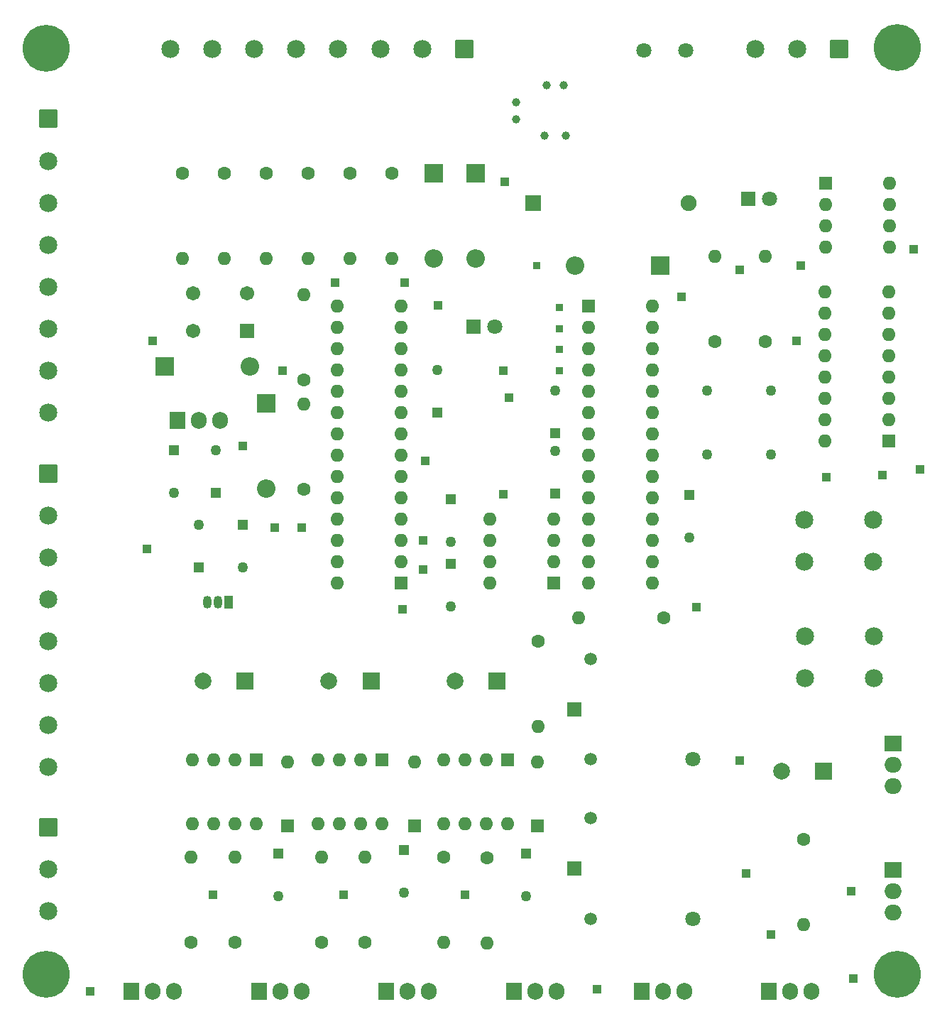
<source format=gbr>
%TF.GenerationSoftware,KiCad,Pcbnew,8.0.3*%
%TF.CreationDate,2024-11-28T01:10:20-08:00*%
%TF.ProjectId,SuperCapacitorBike,53757065-7243-4617-9061-6369746f7242,rev?*%
%TF.SameCoordinates,Original*%
%TF.FileFunction,Soldermask,Bot*%
%TF.FilePolarity,Negative*%
%FSLAX46Y46*%
G04 Gerber Fmt 4.6, Leading zero omitted, Abs format (unit mm)*
G04 Created by KiCad (PCBNEW 8.0.3) date 2024-11-28 01:10:20*
%MOMM*%
%LPD*%
G01*
G04 APERTURE LIST*
G04 Aperture macros list*
%AMRoundRect*
0 Rectangle with rounded corners*
0 $1 Rounding radius*
0 $2 $3 $4 $5 $6 $7 $8 $9 X,Y pos of 4 corners*
0 Add a 4 corners polygon primitive as box body*
4,1,4,$2,$3,$4,$5,$6,$7,$8,$9,$2,$3,0*
0 Add four circle primitives for the rounded corners*
1,1,$1+$1,$2,$3*
1,1,$1+$1,$4,$5*
1,1,$1+$1,$6,$7*
1,1,$1+$1,$8,$9*
0 Add four rect primitives between the rounded corners*
20,1,$1+$1,$2,$3,$4,$5,0*
20,1,$1+$1,$4,$5,$6,$7,0*
20,1,$1+$1,$6,$7,$8,$9,0*
20,1,$1+$1,$8,$9,$2,$3,0*%
G04 Aperture macros list end*
%ADD10R,1.000000X1.000000*%
%ADD11R,1.600000X1.600000*%
%ADD12O,1.600000X1.600000*%
%ADD13R,1.905000X2.000000*%
%ADD14O,1.905000X2.000000*%
%ADD15R,2.200000X2.200000*%
%ADD16O,2.200000X2.200000*%
%ADD17C,1.600000*%
%ADD18R,2.000000X1.905000*%
%ADD19O,2.000000X1.905000*%
%ADD20R,0.850000X0.850000*%
%ADD21RoundRect,0.102000X-0.975000X0.975000X-0.975000X-0.975000X0.975000X-0.975000X0.975000X0.975000X0*%
%ADD22C,2.154000*%
%ADD23R,1.270000X1.270000*%
%ADD24C,1.270000*%
%ADD25R,1.800000X1.800000*%
%ADD26C,1.800000*%
%ADD27R,1.803400X1.803400*%
%ADD28C,1.498600*%
%ADD29C,1.803400*%
%ADD30R,2.000000X2.000000*%
%ADD31C,2.000000*%
%ADD32R,1.905000X1.905000*%
%ADD33C,1.905000*%
%ADD34RoundRect,0.102000X0.975000X0.975000X-0.975000X0.975000X-0.975000X-0.975000X0.975000X-0.975000X0*%
%ADD35C,5.600000*%
%ADD36R,1.050000X1.500000*%
%ADD37O,1.050000X1.500000*%
%ADD38RoundRect,0.102000X0.754000X0.754000X-0.754000X0.754000X-0.754000X-0.754000X0.754000X-0.754000X0*%
%ADD39C,1.712000*%
%ADD40C,0.990600*%
G04 APERTURE END LIST*
D10*
%TO.C,TP6*%
X57000000Y-90750000D03*
%TD*%
D11*
%TO.C,U3*%
X84800000Y-118450000D03*
D12*
X82260000Y-118450000D03*
X79720000Y-118450000D03*
X77180000Y-118450000D03*
X77180000Y-126070000D03*
X79720000Y-126070000D03*
X82260000Y-126070000D03*
X84800000Y-126070000D03*
%TD*%
D10*
%TO.C,TP28*%
X119250000Y-68500000D03*
%TD*%
%TO.C,TP23*%
X79730000Y-134510000D03*
%TD*%
D13*
%TO.C,Q4*%
X70350000Y-146000000D03*
D14*
X72890000Y-146000000D03*
X75430000Y-146000000D03*
%TD*%
D10*
%TO.C,TP1*%
X133250000Y-57500000D03*
%TD*%
D15*
%TO.C,D8*%
X81000000Y-48500000D03*
D16*
X81000000Y-58660000D03*
%TD*%
D17*
%TO.C,R1*%
X60500000Y-86140000D03*
D12*
X60500000Y-75980000D03*
%TD*%
D17*
%TO.C,R12*%
X77175000Y-130020000D03*
D12*
X77175000Y-140180000D03*
%TD*%
D18*
%TO.C,Q7*%
X130750000Y-116500000D03*
D19*
X130750000Y-119040000D03*
X130750000Y-121580000D03*
%TD*%
D10*
%TO.C,TP15*%
X125800000Y-134100000D03*
%TD*%
D20*
%TO.C,J4*%
X91000000Y-72000000D03*
%TD*%
D17*
%TO.C,R22*%
X46000000Y-48500000D03*
D12*
X46000000Y-58660000D03*
%TD*%
D17*
%TO.C,R6*%
X66000000Y-48500000D03*
D12*
X66000000Y-58660000D03*
%TD*%
D21*
%TO.C,J10*%
X30000000Y-42000000D03*
D22*
X30000000Y-47000000D03*
X30000000Y-52000000D03*
X30000000Y-57000000D03*
X30000000Y-62000000D03*
X30000000Y-67000000D03*
X30000000Y-72000000D03*
X30000000Y-77000000D03*
%TD*%
D23*
%TO.C,C10*%
X106500000Y-86813250D03*
D24*
X106500000Y-91893250D03*
%TD*%
D10*
%TO.C,TP9*%
X42500000Y-68500000D03*
%TD*%
D23*
%TO.C,C9*%
X90500000Y-86686750D03*
D24*
X90500000Y-81606750D03*
%TD*%
%TO.C,XTAL2*%
X108590000Y-74385999D03*
X108590000Y-82005999D03*
X116210000Y-82005999D03*
X116210000Y-74385999D03*
%TD*%
D18*
%TO.C,Q8*%
X130805000Y-131500000D03*
D19*
X130805000Y-134040000D03*
X130805000Y-136580000D03*
%TD*%
D10*
%TO.C,TP21*%
X65220000Y-134500000D03*
%TD*%
D25*
%TO.C,D7*%
X113460000Y-51500000D03*
D26*
X116000000Y-51500000D03*
%TD*%
D21*
%TO.C,J13*%
X30000000Y-84250000D03*
D22*
X30000000Y-89250000D03*
X30000000Y-94250000D03*
X30000000Y-99250000D03*
X30000000Y-104250000D03*
X30000000Y-109250000D03*
X30000000Y-114250000D03*
X30000000Y-119250000D03*
%TD*%
D10*
%TO.C,TP14*%
X122800000Y-84700000D03*
%TD*%
D27*
%TO.C,K2*%
X92717950Y-131365000D03*
D28*
X94717951Y-137364999D03*
D29*
X106917149Y-137364999D03*
D28*
X94717951Y-125365001D03*
%TD*%
D10*
%TO.C,TP34*%
X95500000Y-145750000D03*
%TD*%
D23*
%TO.C,C16*%
X53200000Y-90363250D03*
D24*
X53200000Y-95443250D03*
%TD*%
D30*
%TO.C,C3*%
X53467677Y-109000000D03*
D31*
X48467677Y-109000000D03*
%TD*%
D23*
%TO.C,C12*%
X78000000Y-87313250D03*
D24*
X78000000Y-92393250D03*
%TD*%
D15*
%TO.C,D5*%
X103000000Y-59500000D03*
D16*
X92840000Y-59500000D03*
%TD*%
D23*
%TO.C,C4*%
X57467500Y-129573250D03*
D24*
X57467500Y-134653250D03*
%TD*%
D32*
%TO.C,F2*%
X87864000Y-52000000D03*
D33*
X106406000Y-52000000D03*
%TD*%
D11*
%TO.C,U9*%
X122700000Y-49700000D03*
D12*
X122700000Y-52240000D03*
X122700000Y-54780000D03*
X122700000Y-57320000D03*
X130320000Y-57320000D03*
X130320000Y-54780000D03*
X130320000Y-52240000D03*
X130320000Y-49700000D03*
%TD*%
D30*
%TO.C,C5*%
X83500000Y-109000000D03*
D31*
X78500000Y-109000000D03*
%TD*%
D10*
%TO.C,TP17*%
X72500000Y-61500000D03*
%TD*%
D17*
%TO.C,R5*%
X61000000Y-48500000D03*
D12*
X61000000Y-58660000D03*
%TD*%
D34*
%TO.C,J9*%
X79600000Y-33680000D03*
D22*
X74600000Y-33680000D03*
X69600000Y-33680000D03*
X64600000Y-33680000D03*
X59600000Y-33680000D03*
X54600000Y-33680000D03*
X49600000Y-33680000D03*
X44600000Y-33680000D03*
%TD*%
D10*
%TO.C,TP13*%
X84250000Y-72000000D03*
%TD*%
%TO.C,TP4*%
X74750000Y-92250000D03*
%TD*%
%TO.C,TP26*%
X119750000Y-59500000D03*
%TD*%
D13*
%TO.C,Q2*%
X115990000Y-146000000D03*
D14*
X118530000Y-146000000D03*
X121070000Y-146000000D03*
%TD*%
D10*
%TO.C,TP29*%
X116250000Y-139250000D03*
%TD*%
D15*
%TO.C,D4*%
X56000000Y-75920000D03*
D16*
X56000000Y-86080000D03*
%TD*%
D25*
%TO.C,D10*%
X80750000Y-66750000D03*
D26*
X83290000Y-66750000D03*
%TD*%
D10*
%TO.C,TP31*%
X107300000Y-100200000D03*
%TD*%
%TO.C,TP18*%
X84500000Y-49500000D03*
%TD*%
D13*
%TO.C,Q6*%
X100780000Y-146000000D03*
D14*
X103320000Y-146000000D03*
X105860000Y-146000000D03*
%TD*%
D10*
%TO.C,TP19*%
X58000000Y-72000000D03*
%TD*%
D20*
%TO.C,J3*%
X91000000Y-69500000D03*
%TD*%
D23*
%TO.C,C14*%
X50000000Y-86580000D03*
D24*
X50000000Y-81500000D03*
%TD*%
D10*
%TO.C,TP12*%
X85000000Y-75250000D03*
%TD*%
D20*
%TO.C,J2*%
X91000000Y-64500000D03*
%TD*%
D10*
%TO.C,TP35*%
X35000000Y-146000000D03*
%TD*%
D17*
%TO.C,R18*%
X109500000Y-68580000D03*
D12*
X109500000Y-58420000D03*
%TD*%
D20*
%TO.C,J12*%
X88250000Y-59500000D03*
%TD*%
D17*
%TO.C,R10*%
X62625000Y-140175000D03*
D12*
X62625000Y-130015000D03*
%TD*%
D11*
%TO.C,U8*%
X130300000Y-80400000D03*
D12*
X130300000Y-77860000D03*
X130300000Y-75320000D03*
X130300000Y-72780000D03*
X130300000Y-70240000D03*
X130300000Y-67700000D03*
X130300000Y-65160000D03*
X130300000Y-62620000D03*
X122680000Y-62620000D03*
X122680000Y-65160000D03*
X122680000Y-67700000D03*
X122680000Y-70240000D03*
X122680000Y-72780000D03*
X122680000Y-75320000D03*
X122680000Y-77860000D03*
X122680000Y-80400000D03*
%TD*%
D22*
%TO.C,J7*%
X120200000Y-94800000D03*
X128400000Y-94800000D03*
X120200000Y-89800000D03*
X128400000Y-89800000D03*
%TD*%
D35*
%TO.C,H3*%
X29750000Y-144000000D03*
%TD*%
D11*
%TO.C,U5*%
X72120000Y-97340000D03*
D12*
X72120000Y-94800000D03*
X72120000Y-92260000D03*
X72120000Y-89720000D03*
X72120000Y-87180000D03*
X72120000Y-84640000D03*
X72120000Y-82100000D03*
X72120000Y-79560000D03*
X72120000Y-77020000D03*
X72120000Y-74480000D03*
X72120000Y-71940000D03*
X72120000Y-69400000D03*
X72120000Y-66860000D03*
X72120000Y-64320000D03*
X64500000Y-64320000D03*
X64500000Y-66860000D03*
X64500000Y-69400000D03*
X64500000Y-71940000D03*
X64500000Y-74480000D03*
X64500000Y-77020000D03*
X64500000Y-79560000D03*
X64500000Y-82100000D03*
X64500000Y-84640000D03*
X64500000Y-87180000D03*
X64500000Y-89720000D03*
X64500000Y-92260000D03*
X64500000Y-94800000D03*
X64500000Y-97340000D03*
%TD*%
D17*
%TO.C,R7*%
X82300000Y-130120000D03*
D12*
X82300000Y-140280000D03*
%TD*%
D11*
%TO.C,D2*%
X58567500Y-126250000D03*
D12*
X58567500Y-118630000D03*
%TD*%
D10*
%TO.C,TP16*%
X105500000Y-63250000D03*
%TD*%
D36*
%TO.C,U10*%
X51500000Y-99640000D03*
D37*
X50230000Y-99640000D03*
X48960000Y-99640000D03*
%TD*%
D38*
%TO.C,S1*%
X53750000Y-67250000D03*
D39*
X47250000Y-67250000D03*
X53750000Y-62750000D03*
X47250000Y-62750000D03*
%TD*%
D23*
%TO.C,C13*%
X76400000Y-77036750D03*
D24*
X76400000Y-71956750D03*
%TD*%
D30*
%TO.C,C2*%
X68500000Y-109000000D03*
D31*
X63500000Y-109000000D03*
%TD*%
D17*
%TO.C,R11*%
X47075000Y-140175000D03*
D12*
X47075000Y-130015000D03*
%TD*%
D34*
%TO.C,J14*%
X124372500Y-33700000D03*
D22*
X119372500Y-33700000D03*
X114372500Y-33700000D03*
%TD*%
D11*
%TO.C,U6*%
X94467500Y-64320000D03*
D12*
X94467500Y-66860000D03*
X94467500Y-69400000D03*
X94467500Y-71940000D03*
X94467500Y-74480000D03*
X94467500Y-77020000D03*
X94467500Y-79560000D03*
X94467500Y-82100000D03*
X94467500Y-84640000D03*
X94467500Y-87180000D03*
X94467500Y-89720000D03*
X94467500Y-92260000D03*
X94467500Y-94800000D03*
X94467500Y-97340000D03*
X102087500Y-97340000D03*
X102087500Y-94800000D03*
X102087500Y-92260000D03*
X102087500Y-89720000D03*
X102087500Y-87180000D03*
X102087500Y-84640000D03*
X102087500Y-82100000D03*
X102087500Y-79560000D03*
X102087500Y-77020000D03*
X102087500Y-74480000D03*
X102087500Y-71940000D03*
X102087500Y-69400000D03*
X102087500Y-66860000D03*
X102087500Y-64320000D03*
%TD*%
D10*
%TO.C,TP11*%
X60250000Y-90750000D03*
%TD*%
D15*
%TO.C,D9*%
X76000000Y-48500000D03*
D16*
X76000000Y-58660000D03*
%TD*%
D40*
%TO.C,J11*%
X85777250Y-39996960D03*
X85777250Y-42003560D03*
X89218950Y-44000000D03*
X89472950Y-38000520D03*
X91479550Y-38000520D03*
X91733550Y-44000000D03*
%TD*%
D10*
%TO.C,TP20*%
X76500000Y-64250000D03*
%TD*%
%TO.C,TP5*%
X75000000Y-82750000D03*
%TD*%
D11*
%TO.C,D1*%
X73700000Y-126250000D03*
D12*
X73700000Y-118630000D03*
%TD*%
D11*
%TO.C,U2*%
X54800000Y-118450000D03*
D12*
X52260000Y-118450000D03*
X49720000Y-118450000D03*
X47180000Y-118450000D03*
X47180000Y-126070000D03*
X49720000Y-126070000D03*
X52260000Y-126070000D03*
X54800000Y-126070000D03*
%TD*%
D13*
%TO.C,Q1*%
X55142000Y-146000000D03*
D14*
X57682000Y-146000000D03*
X60222000Y-146000000D03*
%TD*%
D23*
%TO.C,C15*%
X47960000Y-95436750D03*
D24*
X47960000Y-90356750D03*
%TD*%
D35*
%TO.C,H1*%
X29750000Y-33550000D03*
%TD*%
D13*
%TO.C,Q3*%
X85570000Y-146000000D03*
D14*
X88110000Y-146000000D03*
X90650000Y-146000000D03*
%TD*%
D23*
%TO.C,C8*%
X45000000Y-81500000D03*
D24*
X45000000Y-86580000D03*
%TD*%
D17*
%TO.C,R8*%
X52317500Y-140180000D03*
D12*
X52317500Y-130020000D03*
%TD*%
D10*
%TO.C,TP25*%
X134000000Y-83750000D03*
%TD*%
D17*
%TO.C,R3*%
X71000000Y-48500000D03*
D12*
X71000000Y-58660000D03*
%TD*%
D20*
%TO.C,J5*%
X91000000Y-67000000D03*
%TD*%
D17*
%TO.C,R17*%
X115500000Y-68580000D03*
D12*
X115500000Y-58420000D03*
%TD*%
D17*
%TO.C,R20*%
X56000000Y-48500000D03*
D12*
X56000000Y-58660000D03*
%TD*%
D10*
%TO.C,TP8*%
X64250000Y-61500000D03*
%TD*%
D23*
%TO.C,C11*%
X78000000Y-95063250D03*
D24*
X78000000Y-100143250D03*
%TD*%
D10*
%TO.C,TP10*%
X53250000Y-81000000D03*
%TD*%
D27*
%TO.C,K1*%
X92717950Y-112365000D03*
D28*
X94717951Y-118364999D03*
D29*
X106917149Y-118364999D03*
D28*
X94717951Y-106365001D03*
%TD*%
D11*
%TO.C,U4*%
X90300000Y-97300000D03*
D12*
X90300000Y-94760000D03*
X90300000Y-92220000D03*
X90300000Y-89680000D03*
X82680000Y-89680000D03*
X82680000Y-92220000D03*
X82680000Y-94760000D03*
X82680000Y-97300000D03*
%TD*%
D11*
%TO.C,D3*%
X88367500Y-126250000D03*
D12*
X88367500Y-118630000D03*
%TD*%
D21*
%TO.C,J6*%
X29990000Y-126427500D03*
D22*
X29990000Y-131427500D03*
X29990000Y-136427500D03*
%TD*%
D17*
%TO.C,R16*%
X103400000Y-101500000D03*
D12*
X93240000Y-101500000D03*
%TD*%
D10*
%TO.C,TP30*%
X112500000Y-118500000D03*
%TD*%
D17*
%TO.C,R4*%
X120100000Y-127920000D03*
D12*
X120100000Y-138080000D03*
%TD*%
D10*
%TO.C,TP36*%
X126000000Y-144500000D03*
%TD*%
D17*
%TO.C,R13*%
X60500000Y-73080000D03*
D12*
X60500000Y-62920000D03*
%TD*%
D10*
%TO.C,TP2*%
X72250000Y-100500000D03*
%TD*%
D17*
%TO.C,R9*%
X67817500Y-140180000D03*
D12*
X67817500Y-130020000D03*
%TD*%
D13*
%TO.C,Q5*%
X39930000Y-146000000D03*
D14*
X42470000Y-146000000D03*
X45010000Y-146000000D03*
%TD*%
D11*
%TO.C,U1*%
X69800000Y-118450000D03*
D12*
X67260000Y-118450000D03*
X64720000Y-118450000D03*
X62180000Y-118450000D03*
X62180000Y-126070000D03*
X64720000Y-126070000D03*
X67260000Y-126070000D03*
X69800000Y-126070000D03*
%TD*%
D35*
%TO.C,H4*%
X131250000Y-144000000D03*
%TD*%
D10*
%TO.C,TP22*%
X49690000Y-134500000D03*
%TD*%
D29*
%TO.C,J1*%
X106041784Y-33830000D03*
X101041784Y-33830000D03*
%TD*%
D35*
%TO.C,H2*%
X131250000Y-33500000D03*
%TD*%
D10*
%TO.C,TP33*%
X113250000Y-132000000D03*
%TD*%
D23*
%TO.C,C6*%
X86967500Y-129573250D03*
D24*
X86967500Y-134653250D03*
%TD*%
D10*
%TO.C,TP24*%
X129500000Y-84500000D03*
%TD*%
D23*
%TO.C,C17*%
X90500000Y-79436750D03*
D24*
X90500000Y-74356750D03*
%TD*%
D10*
%TO.C,TP27*%
X112500000Y-60000000D03*
%TD*%
D30*
%TO.C,C7*%
X122467677Y-119800000D03*
D31*
X117467677Y-119800000D03*
%TD*%
D10*
%TO.C,TP7*%
X41750000Y-93250000D03*
%TD*%
%TO.C,TP32*%
X84250000Y-86750000D03*
%TD*%
D15*
%TO.C,D6*%
X43920000Y-71500000D03*
D16*
X54080000Y-71500000D03*
%TD*%
D17*
%TO.C,R21*%
X51000000Y-48500000D03*
D12*
X51000000Y-58660000D03*
%TD*%
D23*
%TO.C,C1*%
X72467500Y-129173250D03*
D24*
X72467500Y-134253250D03*
%TD*%
D22*
%TO.C,J8*%
X120287500Y-108655000D03*
X128487500Y-108655000D03*
X120287500Y-103655000D03*
X128487500Y-103655000D03*
%TD*%
D10*
%TO.C,TP3*%
X74750000Y-95750000D03*
%TD*%
D13*
%TO.C,U7*%
X45460000Y-77945000D03*
D14*
X48000000Y-77945000D03*
X50540000Y-77945000D03*
%TD*%
D17*
%TO.C,R2*%
X88400000Y-104300000D03*
D12*
X88400000Y-114460000D03*
%TD*%
M02*

</source>
